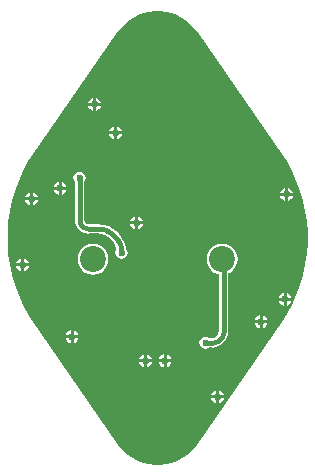
<source format=gbl>
G04*
G04 #@! TF.GenerationSoftware,Altium Limited,Altium Designer,20.1.14 (287)*
G04*
G04 Layer_Physical_Order=2*
G04 Layer_Color=16711680*
%FSLAX25Y25*%
%MOIN*%
G70*
G04*
G04 #@! TF.SameCoordinates,279C02DF-711F-4997-8B9F-8018C1F95EB8*
G04*
G04*
G04 #@! TF.FilePolarity,Positive*
G04*
G01*
G75*
%ADD39C,0.03150*%
%ADD40C,0.01500*%
%ADD42C,0.08661*%
%ADD43C,0.27559*%
%ADD44C,0.02362*%
G36*
X54869Y152397D02*
X56737Y151948D01*
X58539Y151282D01*
X60251Y150409D01*
X61848Y149340D01*
X63308Y148091D01*
X64611Y146679D01*
X65168Y145911D01*
X94135Y103926D01*
X95084Y102442D01*
X96783Y99316D01*
X98256Y96077D01*
X99495Y92742D01*
X100493Y89327D01*
X101247Y85850D01*
X101751Y82328D01*
X102004Y78779D01*
Y75221D01*
X101751Y71672D01*
X101247Y68150D01*
X100493Y64673D01*
X99495Y61258D01*
X98256Y57923D01*
X96783Y54684D01*
X95084Y51558D01*
X94135Y50074D01*
X65168Y8089D01*
X64611Y7321D01*
X63308Y5909D01*
X61848Y4660D01*
X60251Y3591D01*
X58539Y2718D01*
X56737Y2052D01*
X54869Y1603D01*
X52961Y1377D01*
X51039D01*
X49131Y1603D01*
X47263Y2052D01*
X45461Y2718D01*
X43749Y3591D01*
X42152Y4660D01*
X40692Y5909D01*
X39389Y7321D01*
X38832Y8089D01*
X9865Y50074D01*
X8916Y51558D01*
X7217Y54684D01*
X5744Y57923D01*
X4505Y61258D01*
X3507Y64673D01*
X2753Y68150D01*
X2249Y71672D01*
X1996Y75221D01*
Y78779D01*
X2249Y82328D01*
X2753Y85850D01*
X3507Y89327D01*
X4505Y92742D01*
X5744Y96077D01*
X7217Y99316D01*
X8916Y102442D01*
X9865Y103926D01*
X38832Y145911D01*
X39389Y146679D01*
X40692Y148091D01*
X42152Y149340D01*
X43749Y150409D01*
X45461Y151282D01*
X47263Y151948D01*
X49131Y152397D01*
X51039Y152623D01*
X52961D01*
X54869Y152397D01*
D02*
G37*
%LPC*%
G36*
X31500Y123624D02*
Y122000D01*
X33124D01*
X33055Y122351D01*
X32572Y123073D01*
X31851Y123555D01*
X31500Y123624D01*
D02*
G37*
G36*
X30500D02*
X30149Y123555D01*
X29427Y123073D01*
X28945Y122351D01*
X28876Y122000D01*
X30500D01*
Y123624D01*
D02*
G37*
G36*
X33124Y121000D02*
X31500D01*
Y119376D01*
X31851Y119446D01*
X32572Y119928D01*
X33055Y120649D01*
X33124Y121000D01*
D02*
G37*
G36*
X30500D02*
X28876D01*
X28945Y120649D01*
X29427Y119928D01*
X30149Y119446D01*
X30500Y119376D01*
Y121000D01*
D02*
G37*
G36*
X38500Y114124D02*
Y112500D01*
X40124D01*
X40055Y112851D01*
X39573Y113573D01*
X38851Y114055D01*
X38500Y114124D01*
D02*
G37*
G36*
X37500D02*
X37149Y114055D01*
X36428Y113573D01*
X35945Y112851D01*
X35876Y112500D01*
X37500D01*
Y114124D01*
D02*
G37*
G36*
X40124Y111500D02*
X38500D01*
Y109876D01*
X38851Y109945D01*
X39573Y110427D01*
X40055Y111149D01*
X40124Y111500D01*
D02*
G37*
G36*
X37500D02*
X35876D01*
X35945Y111149D01*
X36428Y110427D01*
X37149Y109945D01*
X37500Y109876D01*
Y111500D01*
D02*
G37*
G36*
X20000Y95624D02*
Y94000D01*
X21624D01*
X21555Y94351D01*
X21072Y95073D01*
X20351Y95555D01*
X20000Y95624D01*
D02*
G37*
G36*
X19000D02*
X18649Y95555D01*
X17928Y95073D01*
X17445Y94351D01*
X17376Y94000D01*
X19000D01*
Y95624D01*
D02*
G37*
G36*
X95500Y93624D02*
Y92000D01*
X97124D01*
X97054Y92351D01*
X96573Y93072D01*
X95851Y93555D01*
X95500Y93624D01*
D02*
G37*
G36*
X94500D02*
X94149Y93555D01*
X93427Y93072D01*
X92945Y92351D01*
X92876Y92000D01*
X94500D01*
Y93624D01*
D02*
G37*
G36*
X21624Y93000D02*
X20000D01*
Y91376D01*
X20351Y91445D01*
X21072Y91927D01*
X21555Y92649D01*
X21624Y93000D01*
D02*
G37*
G36*
X19000D02*
X17376D01*
X17445Y92649D01*
X17928Y91927D01*
X18649Y91445D01*
X19000Y91376D01*
Y93000D01*
D02*
G37*
G36*
X10500Y92124D02*
Y90500D01*
X12124D01*
X12055Y90851D01*
X11573Y91572D01*
X10851Y92054D01*
X10500Y92124D01*
D02*
G37*
G36*
X9500D02*
X9149Y92054D01*
X8427Y91572D01*
X7945Y90851D01*
X7876Y90500D01*
X9500D01*
Y92124D01*
D02*
G37*
G36*
X97124Y91000D02*
X95500D01*
Y89376D01*
X95851Y89446D01*
X96573Y89928D01*
X97054Y90649D01*
X97124Y91000D01*
D02*
G37*
G36*
X94500D02*
X92876D01*
X92945Y90649D01*
X93427Y89928D01*
X94149Y89446D01*
X94500Y89376D01*
Y91000D01*
D02*
G37*
G36*
X12124Y89500D02*
X10500D01*
Y87876D01*
X10851Y87945D01*
X11573Y88428D01*
X12055Y89149D01*
X12124Y89500D01*
D02*
G37*
G36*
X9500D02*
X7876D01*
X7945Y89149D01*
X8427Y88428D01*
X9149Y87945D01*
X9500Y87876D01*
Y89500D01*
D02*
G37*
G36*
X45500Y84124D02*
Y82500D01*
X47124D01*
X47055Y82851D01*
X46573Y83573D01*
X45851Y84054D01*
X45500Y84124D01*
D02*
G37*
G36*
X44500D02*
X44149Y84054D01*
X43428Y83573D01*
X42945Y82851D01*
X42876Y82500D01*
X44500D01*
Y84124D01*
D02*
G37*
G36*
X47124Y81500D02*
X45500D01*
Y79876D01*
X45851Y79945D01*
X46573Y80427D01*
X47055Y81149D01*
X47124Y81500D01*
D02*
G37*
G36*
X44500D02*
X42876D01*
X42945Y81149D01*
X43428Y80427D01*
X44149Y79945D01*
X44500Y79876D01*
Y81500D01*
D02*
G37*
G36*
X26000Y99007D02*
X25232Y98854D01*
X24581Y98419D01*
X24146Y97768D01*
X23993Y97000D01*
X24146Y96232D01*
X24432Y95803D01*
Y83000D01*
X24423D01*
X24579Y81815D01*
X25037Y80712D01*
X25764Y79764D01*
X26712Y79037D01*
X27815Y78579D01*
X29000Y78424D01*
Y78433D01*
X32000D01*
X32037Y78440D01*
X33257Y78320D01*
X34466Y77953D01*
X35580Y77358D01*
X36556Y76556D01*
X37358Y75580D01*
X37953Y74466D01*
X38320Y73257D01*
X38339Y73058D01*
X38146Y72768D01*
X37993Y72000D01*
X38146Y71232D01*
X38581Y70581D01*
X39232Y70146D01*
X40000Y69993D01*
X40768Y70146D01*
X41419Y70581D01*
X41854Y71232D01*
X42007Y72000D01*
X41854Y72768D01*
X41448Y73376D01*
X41399Y73870D01*
X40854Y75668D01*
X39968Y77324D01*
X38777Y78777D01*
X37324Y79968D01*
X35667Y80854D01*
X33870Y81399D01*
X32000Y81584D01*
Y81568D01*
X29000D01*
X28980Y81564D01*
X28449Y81669D01*
X27982Y81982D01*
X27669Y82449D01*
X27564Y82980D01*
X27567Y83000D01*
Y95803D01*
X27854Y96232D01*
X28007Y97000D01*
X27854Y97768D01*
X27419Y98419D01*
X26768Y98854D01*
X26000Y99007D01*
D02*
G37*
G36*
X7500Y70124D02*
Y68500D01*
X9124D01*
X9055Y68851D01*
X8573Y69573D01*
X7851Y70055D01*
X7500Y70124D01*
D02*
G37*
G36*
X6500D02*
X6149Y70055D01*
X5427Y69573D01*
X4945Y68851D01*
X4876Y68500D01*
X6500D01*
Y70124D01*
D02*
G37*
G36*
X9124Y67500D02*
X7500D01*
Y65876D01*
X7851Y65946D01*
X8573Y66427D01*
X9055Y67149D01*
X9124Y67500D01*
D02*
G37*
G36*
X6500D02*
X4876D01*
X4945Y67149D01*
X5427Y66427D01*
X6149Y65946D01*
X6500Y65876D01*
Y67500D01*
D02*
G37*
G36*
X30494Y75017D02*
X29158Y74841D01*
X27913Y74325D01*
X26844Y73505D01*
X26023Y72435D01*
X25508Y71190D01*
X25332Y69854D01*
X25508Y68518D01*
X26023Y67273D01*
X26844Y66204D01*
X27913Y65384D01*
X29158Y64868D01*
X30494Y64692D01*
X31830Y64868D01*
X33075Y65384D01*
X34144Y66204D01*
X34965Y67273D01*
X35480Y68518D01*
X35656Y69854D01*
X35480Y71190D01*
X34965Y72435D01*
X34144Y73505D01*
X33075Y74325D01*
X31830Y74841D01*
X30494Y75017D01*
D02*
G37*
G36*
X95000Y58624D02*
Y57000D01*
X96624D01*
X96554Y57351D01*
X96073Y58073D01*
X95351Y58555D01*
X95000Y58624D01*
D02*
G37*
G36*
X94000D02*
X93649Y58555D01*
X92927Y58073D01*
X92445Y57351D01*
X92376Y57000D01*
X94000D01*
Y58624D01*
D02*
G37*
G36*
X96624Y56000D02*
X95000D01*
Y54376D01*
X95351Y54445D01*
X96073Y54927D01*
X96554Y55649D01*
X96624Y56000D01*
D02*
G37*
G36*
X94000D02*
X92376D01*
X92445Y55649D01*
X92927Y54927D01*
X93649Y54445D01*
X94000Y54376D01*
Y56000D01*
D02*
G37*
G36*
X87000Y51124D02*
Y49500D01*
X88624D01*
X88555Y49851D01*
X88073Y50573D01*
X87351Y51055D01*
X87000Y51124D01*
D02*
G37*
G36*
X86000D02*
X85649Y51055D01*
X84927Y50573D01*
X84446Y49851D01*
X84376Y49500D01*
X86000D01*
Y51124D01*
D02*
G37*
G36*
X88624Y48500D02*
X87000D01*
Y46876D01*
X87351Y46945D01*
X88073Y47427D01*
X88555Y48149D01*
X88624Y48500D01*
D02*
G37*
G36*
X86000D02*
X84376D01*
X84446Y48149D01*
X84927Y47427D01*
X85649Y46945D01*
X86000Y46876D01*
Y48500D01*
D02*
G37*
G36*
X24000Y46124D02*
Y44500D01*
X25624D01*
X25555Y44851D01*
X25073Y45573D01*
X24351Y46055D01*
X24000Y46124D01*
D02*
G37*
G36*
X23000D02*
X22649Y46055D01*
X21927Y45573D01*
X21445Y44851D01*
X21376Y44500D01*
X23000D01*
Y46124D01*
D02*
G37*
G36*
X73506Y75017D02*
X72170Y74841D01*
X70925Y74325D01*
X69856Y73505D01*
X69035Y72435D01*
X68520Y71190D01*
X68344Y69854D01*
X68520Y68518D01*
X69035Y67273D01*
X69856Y66204D01*
X70925Y65384D01*
X72170Y64868D01*
X72433Y64833D01*
Y46000D01*
X72446Y45931D01*
X72273Y45059D01*
X71739Y44261D01*
X70941Y43727D01*
X70069Y43554D01*
X70000Y43567D01*
X69197D01*
X68768Y43854D01*
X68000Y44007D01*
X67232Y43854D01*
X66581Y43419D01*
X66146Y42768D01*
X65993Y42000D01*
X66146Y41232D01*
X66581Y40581D01*
X67232Y40146D01*
X68000Y39993D01*
X68768Y40146D01*
X69197Y40433D01*
X70000D01*
Y40415D01*
X71446Y40605D01*
X72793Y41163D01*
X73949Y42051D01*
X74837Y43207D01*
X75395Y44554D01*
X75585Y46000D01*
X75568D01*
Y65168D01*
X76087Y65384D01*
X77156Y66204D01*
X77977Y67273D01*
X78492Y68518D01*
X78668Y69854D01*
X78492Y71190D01*
X77977Y72435D01*
X77156Y73505D01*
X76087Y74325D01*
X74842Y74841D01*
X73506Y75017D01*
D02*
G37*
G36*
X25624Y43500D02*
X24000D01*
Y41876D01*
X24351Y41945D01*
X25073Y42428D01*
X25555Y43149D01*
X25624Y43500D01*
D02*
G37*
G36*
X23000D02*
X21376D01*
X21445Y43149D01*
X21927Y42428D01*
X22649Y41945D01*
X23000Y41876D01*
Y43500D01*
D02*
G37*
G36*
X55000Y38124D02*
Y36500D01*
X56624D01*
X56555Y36851D01*
X56072Y37573D01*
X55351Y38055D01*
X55000Y38124D01*
D02*
G37*
G36*
X54000D02*
X53649Y38055D01*
X52928Y37573D01*
X52446Y36851D01*
X52376Y36500D01*
X54000D01*
Y38124D01*
D02*
G37*
G36*
X48500D02*
Y36500D01*
X50124D01*
X50055Y36851D01*
X49573Y37573D01*
X48851Y38055D01*
X48500Y38124D01*
D02*
G37*
G36*
X47500D02*
X47149Y38055D01*
X46428Y37573D01*
X45945Y36851D01*
X45876Y36500D01*
X47500D01*
Y38124D01*
D02*
G37*
G36*
X56624Y35500D02*
X55000D01*
Y33876D01*
X55351Y33945D01*
X56072Y34427D01*
X56555Y35149D01*
X56624Y35500D01*
D02*
G37*
G36*
X54000D02*
X52376D01*
X52446Y35149D01*
X52928Y34427D01*
X53649Y33945D01*
X54000Y33876D01*
Y35500D01*
D02*
G37*
G36*
X50124D02*
X48500D01*
Y33876D01*
X48851Y33945D01*
X49573Y34427D01*
X50055Y35149D01*
X50124Y35500D01*
D02*
G37*
G36*
X47500D02*
X45876D01*
X45945Y35149D01*
X46428Y34427D01*
X47149Y33945D01*
X47500Y33876D01*
Y35500D01*
D02*
G37*
G36*
X72500Y26124D02*
Y24500D01*
X74124D01*
X74054Y24851D01*
X73572Y25572D01*
X72851Y26055D01*
X72500Y26124D01*
D02*
G37*
G36*
X71500D02*
X71149Y26055D01*
X70428Y25572D01*
X69946Y24851D01*
X69876Y24500D01*
X71500D01*
Y26124D01*
D02*
G37*
G36*
X74124Y23500D02*
X72500D01*
Y21876D01*
X72851Y21945D01*
X73572Y22427D01*
X74054Y23149D01*
X74124Y23500D01*
D02*
G37*
G36*
X71500D02*
X69876D01*
X69946Y23149D01*
X70428Y22427D01*
X71149Y21945D01*
X71500Y21876D01*
Y23500D01*
D02*
G37*
%LPD*%
D39*
X54100Y54500D02*
D03*
X49800D02*
D03*
Y58600D02*
D03*
X54100D02*
D03*
Y50300D02*
D03*
X49900D02*
D03*
D40*
X26000Y83000D02*
X26147Y82073D01*
X26573Y81237D01*
X27237Y80573D01*
X28073Y80147D01*
X29000Y80000D01*
X40000Y72000D02*
X39942Y72964D01*
X39768Y73914D01*
X39480Y74837D01*
X39084Y75718D01*
X38584Y76544D01*
X37988Y77305D01*
X37305Y77988D01*
X36544Y78584D01*
X35718Y79084D01*
X34837Y79480D01*
X33915Y79768D01*
X32964Y79942D01*
X32000Y80000D01*
X74000Y69360D02*
X73506Y69854D01*
X70000Y42000D02*
X71035Y42136D01*
X72000Y42536D01*
X72828Y43172D01*
X73464Y44000D01*
X73864Y44965D01*
X74000Y46000D01*
X29000Y80000D02*
X32000D01*
X26000Y83000D02*
Y97000D01*
X74000Y46000D02*
Y69360D01*
X68000Y42000D02*
X70000D01*
D42*
X73506Y69854D02*
D03*
X30494D02*
D03*
D43*
X52000Y17500D02*
D03*
Y136350D02*
D03*
D44*
X19500Y93500D02*
D03*
X38000Y112000D02*
D03*
X31000Y121500D02*
D03*
X10000Y90000D02*
D03*
X7000Y68000D02*
D03*
X23500Y44000D02*
D03*
X45000Y82000D02*
D03*
X54500Y36000D02*
D03*
X48000D02*
D03*
X72000Y24000D02*
D03*
X86500Y49000D02*
D03*
X94500Y56500D02*
D03*
X95000Y91500D02*
D03*
X26000Y97000D02*
D03*
X40000Y72000D02*
D03*
X68000Y42000D02*
D03*
M02*

</source>
